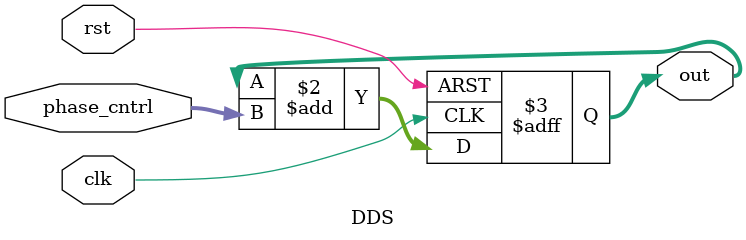
<source format=v>
module DDS(clk, rst, phase_cntrl, out);
    input clk, rst;
    input [1:0] phase_cntrl;
    output reg [7:0] out;
    always @(posedge clk, posedge rst) begin
        if (rst) begin
            out = 8'b0;
        end
        else begin
            out = out + phase_cntrl;
        end 
    end
endmodule
</source>
